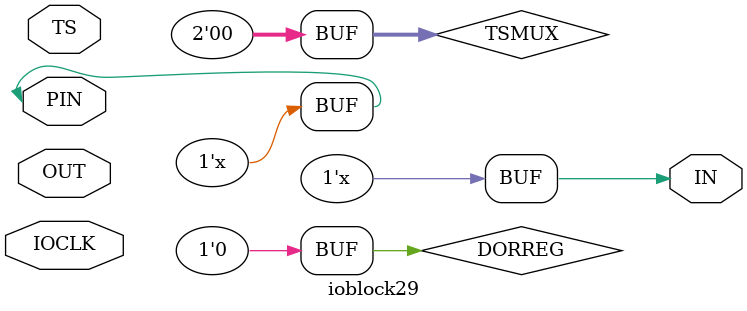
<source format=v>
module ioblock29(
	       inout  PIN,
	       input  TS,
	       input  OUT,
	       output IN,
	       input IOCLK
	       );
   
   reg 		     D;
   reg [2-1:0] 	     TSMUX;
   reg 		     DORREG;

   assign PIN = ( TSMUX == 2'b00 ) ? 1'bz : (( TSMUX == 2'b01 && TS == 1'b1 ) ? OUT : (( TSMUX == 2'b01 && TS == 1'b0 ) ? 1'bz : OUT));
   assign IN  = ( DORREG == 1'b0 ) ? PIN  : D;
   
   initial
     begin
	D=1'b0;
	TSMUX=2'b00;
	DORREG=1'b0;
     end
   
   always @(posedge IOCLK) D=PIN;
   
endmodule       

</source>
